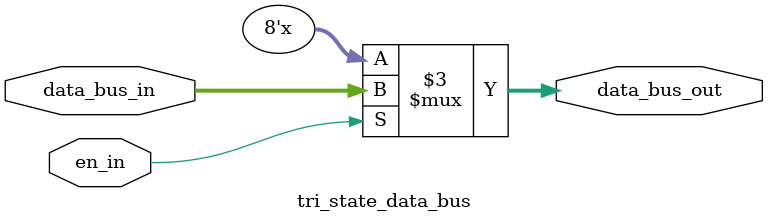
<source format=v>
`timescale 1ns / 1ps


module tri_state_data_bus(
                          input [7:0] data_bus_in,
                          input en_in,
                          output reg [7:0] data_bus_out
    
                          );
                          
                          
                         always@*
                         begin
                         if(en_in)
                            data_bus_out=data_bus_in;
                         else
                             data_bus_out=8'bzzzz_zzzz;
                    end
                    specify
                specparam trecovery=2;
                $recovery(posedge en_in,data_bus_in,trecovery);
                endspecify
                    
endmodule

</source>
